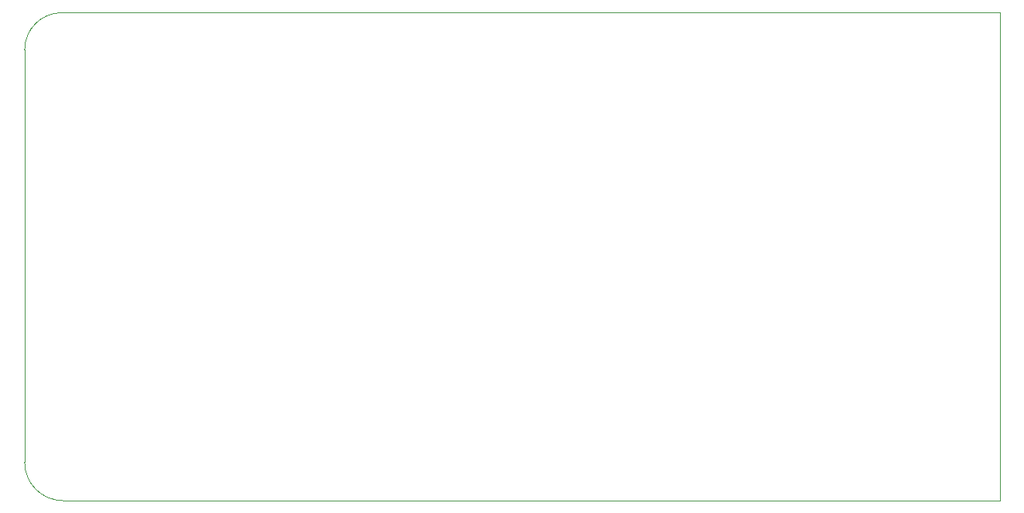
<source format=gm1>
G04 #@! TF.GenerationSoftware,KiCad,Pcbnew,7.0.7*
G04 #@! TF.CreationDate,2024-03-26T15:42:10-05:00*
G04 #@! TF.ProjectId,Hardware_2024,48617264-7761-4726-955f-323032342e6b,rev?*
G04 #@! TF.SameCoordinates,Original*
G04 #@! TF.FileFunction,Profile,NP*
%FSLAX46Y46*%
G04 Gerber Fmt 4.6, Leading zero omitted, Abs format (unit mm)*
G04 Created by KiCad (PCBNEW 7.0.7) date 2024-03-26 15:42:10*
%MOMM*%
%LPD*%
G01*
G04 APERTURE LIST*
G04 #@! TA.AperFunction,Profile*
%ADD10C,0.050000*%
G04 #@! TD*
G04 APERTURE END LIST*
D10*
X114935000Y-59436000D02*
G75*
G03*
X110871000Y-63500000I0J-4064000D01*
G01*
X110871000Y-108712000D02*
G75*
G03*
X115062000Y-112903000I4191000J0D01*
G01*
X110871000Y-108712000D02*
X110871000Y-106553000D01*
X110871000Y-106553000D02*
X110871000Y-63500000D01*
X114935000Y-59436000D02*
X217551000Y-59436000D01*
X217551000Y-112903000D02*
X217551000Y-59436000D01*
X115062000Y-112903000D02*
X217551000Y-112903000D01*
M02*

</source>
